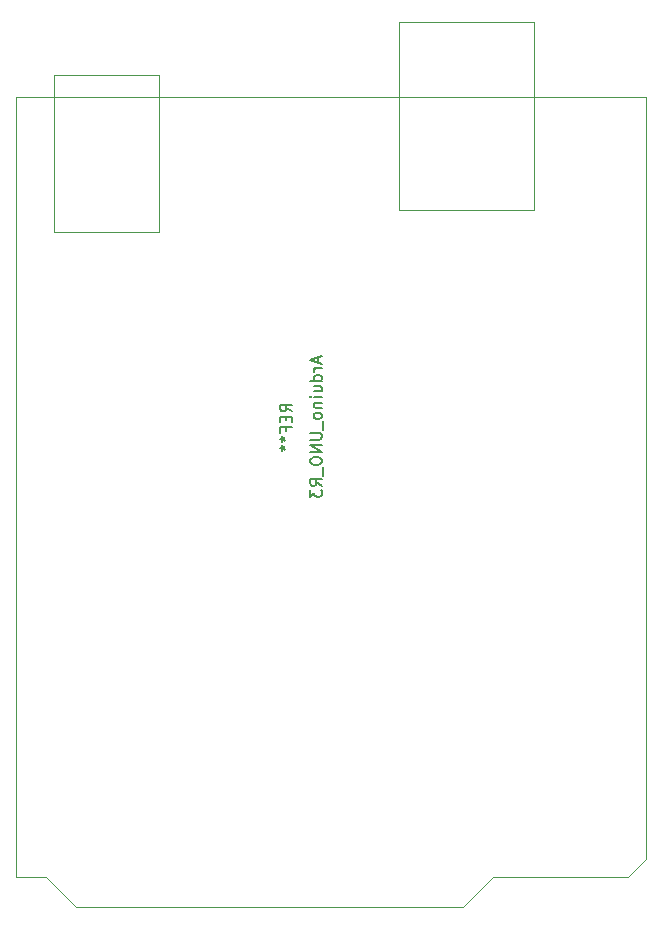
<source format=gbr>
%TF.GenerationSoftware,KiCad,Pcbnew,7.0.10*%
%TF.CreationDate,2024-01-11T23:08:57+05:30*%
%TF.ProjectId,rp2040-basic-m1,72703230-3430-42d6-9261-7369632d6d31,rev?*%
%TF.SameCoordinates,Original*%
%TF.FileFunction,AssemblyDrawing,Bot*%
%FSLAX46Y46*%
G04 Gerber Fmt 4.6, Leading zero omitted, Abs format (unit mm)*
G04 Created by KiCad (PCBNEW 7.0.10) date 2024-01-11 23:08:57*
%MOMM*%
%LPD*%
G01*
G04 APERTURE LIST*
%ADD10C,0.150000*%
%ADD11C,0.100000*%
G04 APERTURE END LIST*
D10*
X249609104Y-65450238D02*
X249609104Y-65926428D01*
X249894819Y-65355000D02*
X248894819Y-65688333D01*
X248894819Y-65688333D02*
X249894819Y-66021666D01*
X249894819Y-66355000D02*
X249228152Y-66355000D01*
X249418628Y-66355000D02*
X249323390Y-66402619D01*
X249323390Y-66402619D02*
X249275771Y-66450238D01*
X249275771Y-66450238D02*
X249228152Y-66545476D01*
X249228152Y-66545476D02*
X249228152Y-66640714D01*
X249894819Y-67402619D02*
X248894819Y-67402619D01*
X249847200Y-67402619D02*
X249894819Y-67307381D01*
X249894819Y-67307381D02*
X249894819Y-67116905D01*
X249894819Y-67116905D02*
X249847200Y-67021667D01*
X249847200Y-67021667D02*
X249799580Y-66974048D01*
X249799580Y-66974048D02*
X249704342Y-66926429D01*
X249704342Y-66926429D02*
X249418628Y-66926429D01*
X249418628Y-66926429D02*
X249323390Y-66974048D01*
X249323390Y-66974048D02*
X249275771Y-67021667D01*
X249275771Y-67021667D02*
X249228152Y-67116905D01*
X249228152Y-67116905D02*
X249228152Y-67307381D01*
X249228152Y-67307381D02*
X249275771Y-67402619D01*
X249228152Y-68307381D02*
X249894819Y-68307381D01*
X249228152Y-67878810D02*
X249751961Y-67878810D01*
X249751961Y-67878810D02*
X249847200Y-67926429D01*
X249847200Y-67926429D02*
X249894819Y-68021667D01*
X249894819Y-68021667D02*
X249894819Y-68164524D01*
X249894819Y-68164524D02*
X249847200Y-68259762D01*
X249847200Y-68259762D02*
X249799580Y-68307381D01*
X249894819Y-68783572D02*
X249228152Y-68783572D01*
X248894819Y-68783572D02*
X248942438Y-68735953D01*
X248942438Y-68735953D02*
X248990057Y-68783572D01*
X248990057Y-68783572D02*
X248942438Y-68831191D01*
X248942438Y-68831191D02*
X248894819Y-68783572D01*
X248894819Y-68783572D02*
X248990057Y-68783572D01*
X249228152Y-69259762D02*
X249894819Y-69259762D01*
X249323390Y-69259762D02*
X249275771Y-69307381D01*
X249275771Y-69307381D02*
X249228152Y-69402619D01*
X249228152Y-69402619D02*
X249228152Y-69545476D01*
X249228152Y-69545476D02*
X249275771Y-69640714D01*
X249275771Y-69640714D02*
X249371009Y-69688333D01*
X249371009Y-69688333D02*
X249894819Y-69688333D01*
X249894819Y-70307381D02*
X249847200Y-70212143D01*
X249847200Y-70212143D02*
X249799580Y-70164524D01*
X249799580Y-70164524D02*
X249704342Y-70116905D01*
X249704342Y-70116905D02*
X249418628Y-70116905D01*
X249418628Y-70116905D02*
X249323390Y-70164524D01*
X249323390Y-70164524D02*
X249275771Y-70212143D01*
X249275771Y-70212143D02*
X249228152Y-70307381D01*
X249228152Y-70307381D02*
X249228152Y-70450238D01*
X249228152Y-70450238D02*
X249275771Y-70545476D01*
X249275771Y-70545476D02*
X249323390Y-70593095D01*
X249323390Y-70593095D02*
X249418628Y-70640714D01*
X249418628Y-70640714D02*
X249704342Y-70640714D01*
X249704342Y-70640714D02*
X249799580Y-70593095D01*
X249799580Y-70593095D02*
X249847200Y-70545476D01*
X249847200Y-70545476D02*
X249894819Y-70450238D01*
X249894819Y-70450238D02*
X249894819Y-70307381D01*
X249990057Y-70831191D02*
X249990057Y-71593095D01*
X248894819Y-71831191D02*
X249704342Y-71831191D01*
X249704342Y-71831191D02*
X249799580Y-71878810D01*
X249799580Y-71878810D02*
X249847200Y-71926429D01*
X249847200Y-71926429D02*
X249894819Y-72021667D01*
X249894819Y-72021667D02*
X249894819Y-72212143D01*
X249894819Y-72212143D02*
X249847200Y-72307381D01*
X249847200Y-72307381D02*
X249799580Y-72355000D01*
X249799580Y-72355000D02*
X249704342Y-72402619D01*
X249704342Y-72402619D02*
X248894819Y-72402619D01*
X249894819Y-72878810D02*
X248894819Y-72878810D01*
X248894819Y-72878810D02*
X249894819Y-73450238D01*
X249894819Y-73450238D02*
X248894819Y-73450238D01*
X248894819Y-74116905D02*
X248894819Y-74307381D01*
X248894819Y-74307381D02*
X248942438Y-74402619D01*
X248942438Y-74402619D02*
X249037676Y-74497857D01*
X249037676Y-74497857D02*
X249228152Y-74545476D01*
X249228152Y-74545476D02*
X249561485Y-74545476D01*
X249561485Y-74545476D02*
X249751961Y-74497857D01*
X249751961Y-74497857D02*
X249847200Y-74402619D01*
X249847200Y-74402619D02*
X249894819Y-74307381D01*
X249894819Y-74307381D02*
X249894819Y-74116905D01*
X249894819Y-74116905D02*
X249847200Y-74021667D01*
X249847200Y-74021667D02*
X249751961Y-73926429D01*
X249751961Y-73926429D02*
X249561485Y-73878810D01*
X249561485Y-73878810D02*
X249228152Y-73878810D01*
X249228152Y-73878810D02*
X249037676Y-73926429D01*
X249037676Y-73926429D02*
X248942438Y-74021667D01*
X248942438Y-74021667D02*
X248894819Y-74116905D01*
X249990057Y-74735953D02*
X249990057Y-75497857D01*
X249894819Y-76307381D02*
X249418628Y-75974048D01*
X249894819Y-75735953D02*
X248894819Y-75735953D01*
X248894819Y-75735953D02*
X248894819Y-76116905D01*
X248894819Y-76116905D02*
X248942438Y-76212143D01*
X248942438Y-76212143D02*
X248990057Y-76259762D01*
X248990057Y-76259762D02*
X249085295Y-76307381D01*
X249085295Y-76307381D02*
X249228152Y-76307381D01*
X249228152Y-76307381D02*
X249323390Y-76259762D01*
X249323390Y-76259762D02*
X249371009Y-76212143D01*
X249371009Y-76212143D02*
X249418628Y-76116905D01*
X249418628Y-76116905D02*
X249418628Y-75735953D01*
X248894819Y-76640715D02*
X248894819Y-77259762D01*
X248894819Y-77259762D02*
X249275771Y-76926429D01*
X249275771Y-76926429D02*
X249275771Y-77069286D01*
X249275771Y-77069286D02*
X249323390Y-77164524D01*
X249323390Y-77164524D02*
X249371009Y-77212143D01*
X249371009Y-77212143D02*
X249466247Y-77259762D01*
X249466247Y-77259762D02*
X249704342Y-77259762D01*
X249704342Y-77259762D02*
X249799580Y-77212143D01*
X249799580Y-77212143D02*
X249847200Y-77164524D01*
X249847200Y-77164524D02*
X249894819Y-77069286D01*
X249894819Y-77069286D02*
X249894819Y-76783572D01*
X249894819Y-76783572D02*
X249847200Y-76688334D01*
X249847200Y-76688334D02*
X249799580Y-76640715D01*
X247354819Y-70021666D02*
X246878628Y-69688333D01*
X247354819Y-69450238D02*
X246354819Y-69450238D01*
X246354819Y-69450238D02*
X246354819Y-69831190D01*
X246354819Y-69831190D02*
X246402438Y-69926428D01*
X246402438Y-69926428D02*
X246450057Y-69974047D01*
X246450057Y-69974047D02*
X246545295Y-70021666D01*
X246545295Y-70021666D02*
X246688152Y-70021666D01*
X246688152Y-70021666D02*
X246783390Y-69974047D01*
X246783390Y-69974047D02*
X246831009Y-69926428D01*
X246831009Y-69926428D02*
X246878628Y-69831190D01*
X246878628Y-69831190D02*
X246878628Y-69450238D01*
X246831009Y-70450238D02*
X246831009Y-70783571D01*
X247354819Y-70926428D02*
X247354819Y-70450238D01*
X247354819Y-70450238D02*
X246354819Y-70450238D01*
X246354819Y-70450238D02*
X246354819Y-70926428D01*
X246831009Y-71688333D02*
X246831009Y-71355000D01*
X247354819Y-71355000D02*
X246354819Y-71355000D01*
X246354819Y-71355000D02*
X246354819Y-71831190D01*
X246354819Y-72355000D02*
X246592914Y-72355000D01*
X246497676Y-72116905D02*
X246592914Y-72355000D01*
X246592914Y-72355000D02*
X246497676Y-72593095D01*
X246783390Y-72212143D02*
X246592914Y-72355000D01*
X246592914Y-72355000D02*
X246783390Y-72497857D01*
X246354819Y-73116905D02*
X246592914Y-73116905D01*
X246497676Y-72878810D02*
X246592914Y-73116905D01*
X246592914Y-73116905D02*
X246497676Y-73355000D01*
X246783390Y-72974048D02*
X246592914Y-73116905D01*
X246592914Y-73116905D02*
X246783390Y-73259762D01*
D11*
%TO.C,REF\u002A\u002A*%
X229120000Y-111995000D02*
X261890000Y-111995000D01*
X261890000Y-111995000D02*
X264430000Y-109455000D01*
X224040000Y-109455000D02*
X226580000Y-109455000D01*
X226580000Y-109455000D02*
X229120000Y-111995000D01*
X264430000Y-109455000D02*
X275860000Y-109455000D01*
X275860000Y-109455000D02*
X277380000Y-107935000D01*
X277380000Y-107935000D02*
X277380000Y-43415000D01*
X227220000Y-54845000D02*
X236110000Y-54845000D01*
X236110000Y-54845000D02*
X236110000Y-41515000D01*
X256420000Y-52945000D02*
X267850000Y-52945000D01*
X267850000Y-52945000D02*
X267850000Y-37065000D01*
X224040000Y-43415000D02*
X224040000Y-109455000D01*
X277380000Y-43415000D02*
X224040000Y-43415000D01*
X227220000Y-41515000D02*
X227220000Y-54845000D01*
X236110000Y-41515000D02*
X227220000Y-41515000D01*
X256420000Y-37065000D02*
X256420000Y-52945000D01*
X267850000Y-37065000D02*
X256420000Y-37065000D01*
%TD*%
M02*

</source>
